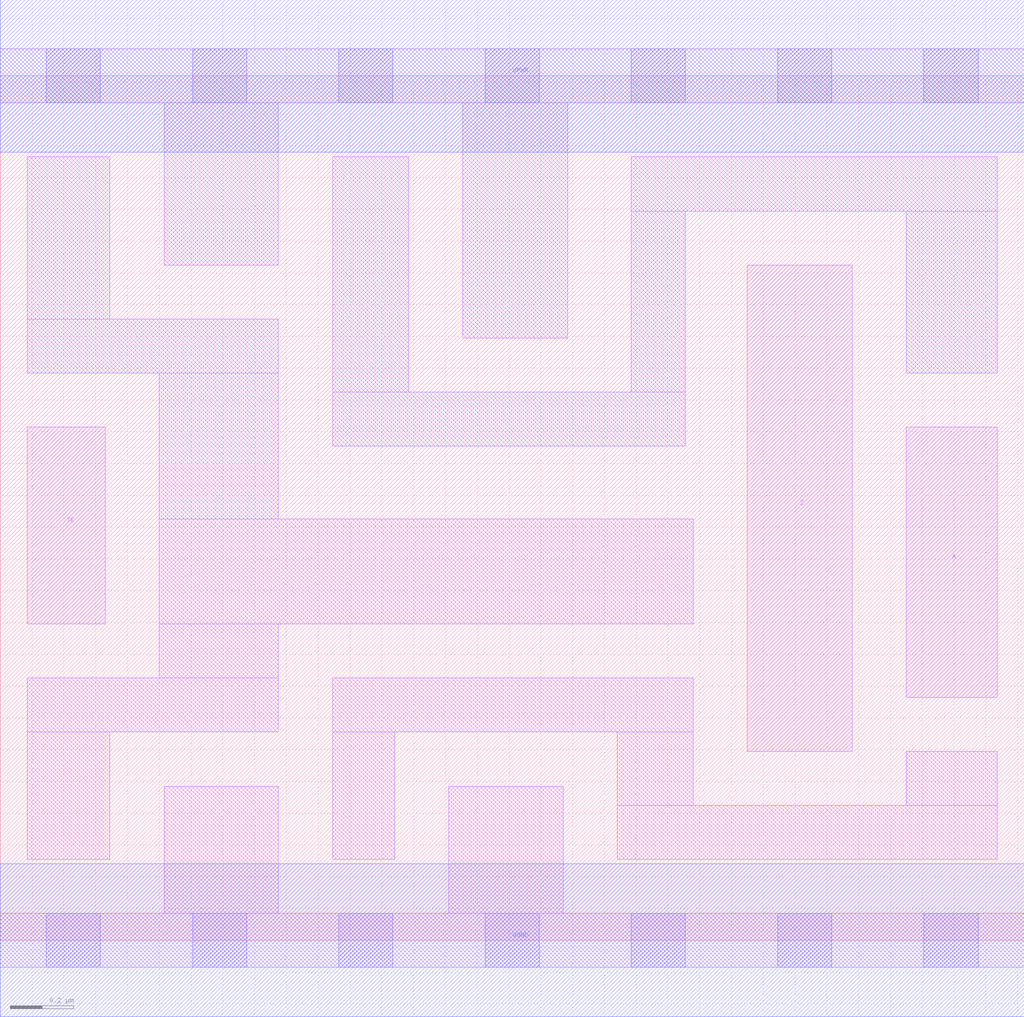
<source format=lef>
# Copyright 2020 The SkyWater PDK Authors
#
# Licensed under the Apache License, Version 2.0 (the "License");
# you may not use this file except in compliance with the License.
# You may obtain a copy of the License at
#
#     https://www.apache.org/licenses/LICENSE-2.0
#
# Unless required by applicable law or agreed to in writing, software
# distributed under the License is distributed on an "AS IS" BASIS,
# WITHOUT WARRANTIES OR CONDITIONS OF ANY KIND, either express or implied.
# See the License for the specific language governing permissions and
# limitations under the License.
#
# SPDX-License-Identifier: Apache-2.0

VERSION 5.7 ;
  NOWIREEXTENSIONATPIN ON ;
  DIVIDERCHAR "/" ;
  BUSBITCHARS "[]" ;
UNITS
  DATABASE MICRONS 200 ;
END UNITS
MACRO sky130_fd_sc_hd__einvp_2
  CLASS CORE ;
  FOREIGN sky130_fd_sc_hd__einvp_2 ;
  ORIGIN  0.000000  0.000000 ;
  SIZE  3.220000 BY  2.720000 ;
  SYMMETRY X Y R90 ;
  SITE unithd ;
  PIN A
    ANTENNAGATEAREA  0.495000 ;
    DIRECTION INPUT ;
    USE SIGNAL ;
    PORT
      LAYER li1 ;
        RECT 2.850000 0.765000 3.135000 1.615000 ;
    END
  END A
  PIN TE
    ANTENNAGATEAREA  0.354000 ;
    DIRECTION INPUT ;
    USE SIGNAL ;
    PORT
      LAYER li1 ;
        RECT 0.085000 0.995000 0.330000 1.615000 ;
    END
  END TE
  PIN Z
    ANTENNADIFFAREA  0.445500 ;
    DIRECTION OUTPUT ;
    USE SIGNAL ;
    PORT
      LAYER li1 ;
        RECT 2.350000 0.595000 2.680000 2.125000 ;
    END
  END Z
  PIN VGND
    DIRECTION INOUT ;
    SHAPE ABUTMENT ;
    USE GROUND ;
    PORT
      LAYER met1 ;
        RECT 0.000000 -0.240000 3.220000 0.240000 ;
    END
  END VGND
  PIN VPWR
    DIRECTION INOUT ;
    SHAPE ABUTMENT ;
    USE POWER ;
    PORT
      LAYER met1 ;
        RECT 0.000000 2.480000 3.220000 2.960000 ;
    END
  END VPWR
  OBS
    LAYER li1 ;
      RECT 0.000000 -0.085000 3.220000 0.085000 ;
      RECT 0.000000  2.635000 3.220000 2.805000 ;
      RECT 0.085000  0.255000 0.345000 0.655000 ;
      RECT 0.085000  0.655000 0.875000 0.825000 ;
      RECT 0.085000  1.785000 0.875000 1.955000 ;
      RECT 0.085000  1.955000 0.345000 2.465000 ;
      RECT 0.500000  0.825000 0.875000 0.995000 ;
      RECT 0.500000  0.995000 2.180000 1.325000 ;
      RECT 0.500000  1.325000 0.875000 1.785000 ;
      RECT 0.515000  0.085000 0.875000 0.485000 ;
      RECT 0.515000  2.125000 0.875000 2.635000 ;
      RECT 1.045000  0.255000 1.240000 0.655000 ;
      RECT 1.045000  0.655000 2.180000 0.825000 ;
      RECT 1.045000  1.555000 2.155000 1.725000 ;
      RECT 1.045000  1.725000 1.285000 2.465000 ;
      RECT 1.410000  0.085000 1.770000 0.485000 ;
      RECT 1.455000  1.895000 1.785000 2.635000 ;
      RECT 1.940000  0.255000 3.135000 0.425000 ;
      RECT 1.940000  0.425000 2.180000 0.655000 ;
      RECT 1.985000  1.725000 2.155000 2.295000 ;
      RECT 1.985000  2.295000 3.135000 2.465000 ;
      RECT 2.850000  0.425000 3.135000 0.595000 ;
      RECT 2.850000  1.785000 3.135000 2.295000 ;
    LAYER mcon ;
      RECT 0.145000 -0.085000 0.315000 0.085000 ;
      RECT 0.145000  2.635000 0.315000 2.805000 ;
      RECT 0.605000 -0.085000 0.775000 0.085000 ;
      RECT 0.605000  2.635000 0.775000 2.805000 ;
      RECT 1.065000 -0.085000 1.235000 0.085000 ;
      RECT 1.065000  2.635000 1.235000 2.805000 ;
      RECT 1.525000 -0.085000 1.695000 0.085000 ;
      RECT 1.525000  2.635000 1.695000 2.805000 ;
      RECT 1.985000 -0.085000 2.155000 0.085000 ;
      RECT 1.985000  2.635000 2.155000 2.805000 ;
      RECT 2.445000 -0.085000 2.615000 0.085000 ;
      RECT 2.445000  2.635000 2.615000 2.805000 ;
      RECT 2.905000 -0.085000 3.075000 0.085000 ;
      RECT 2.905000  2.635000 3.075000 2.805000 ;
  END
END sky130_fd_sc_hd__einvp_2
END LIBRARY

</source>
